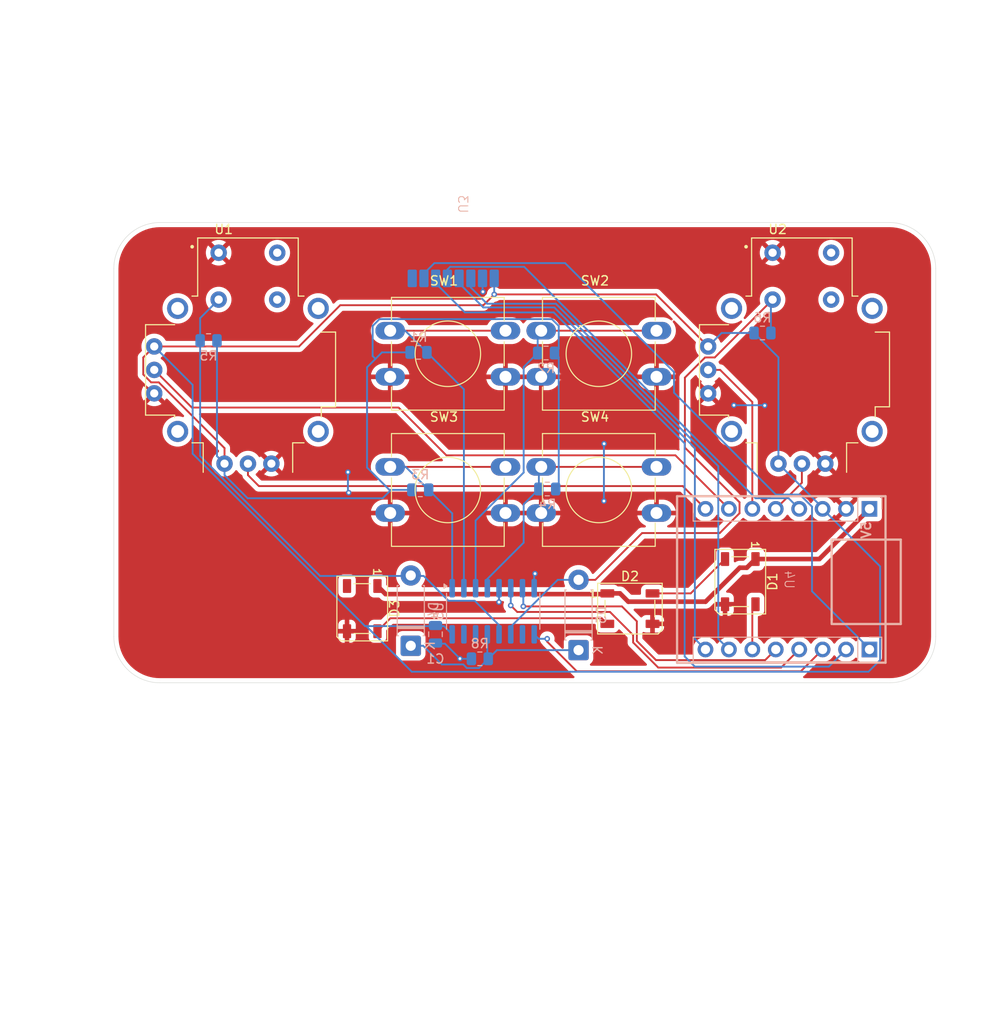
<source format=kicad_pcb>
(kicad_pcb (version 20241229) (generator "pcbnew") (generator_version "9.0")
  (layers (0 "F.Cu" signal) (2 "B.Cu" signal) (13 "F.Paste" user) (15 "B.Paste" user) (5 "F.SilkS" user "F.Silkscreen") (7 "B.SilkS" user "B.Silkscreen") (1 "F.Mask" user) (3 "B.Mask" user) (25 "Edge.Cuts" user))
  (net 0 "")
  (net 1 "NEO")
  (net 2 "NRF_CS")
  (net 3 "JOY1_V")
  (net 4 "Net-(D1-DOUT)")
  (net 5 "+5V")
  (net 6 "GND")
  (net 7 "Net-(D2-DOUT)")
  (net 8 "JOY2_H")
  (net 9 "NRF_CE")
  (net 10 "MISO")
  (net 12 "BTN_JOY_BOTH")
  (net 13 "BTN_JOY_L")
  (net 14 "BTN_JOY_R")
  (net 15 "JOY1_H")
  (net 16 "BTN_1")
  (net 17 "BTN_2")
  (net 18 "BTN_3")
  (net 19 "BTN_4")
  (net 20 "JOY2_V")
  (net 21 "+3.3V")
  (net 22 "SCK")
  (net 23 "S2")
  (net 24 "S1")
  (net 25 "S0")
  (net 27 "MOSI")
  (footprint "Button_Switch_THT:SW_PUSH-12mm" (layer "F.Cu") (at 131.3 63.34)
    (property "Reference" "SW1" (at 5.83 -5.41 0) (layer "F.SilkS"))
    (property "Value" "SW_Push")
    (pad "1" thru_hole oval (at 0 0) (size 3.2 1.9) (drill 1.3) (layers "*.Cu" "*.Mask") (net 16 "BTN_1"))
    (pad "1" thru_hole oval (at 12.5 0) (size 3.2 1.9) (drill 1.3) (layers "*.Cu" "*.Mask") (net 16 "BTN_1"))
    (pad "2" thru_hole oval (at 0 5) (size 3.2 1.9) (drill 1.3) (layers "*.Cu" "*.Mask") (net 6 "GND"))
    (pad "2" thru_hole oval (at 12.5 5) (size 3.2 1.9) (drill 1.3) (layers "*.Cu" "*.Mask") (net 6 "GND"))
  )
  (footprint "Button_Switch_THT:SW_PUSH-12mm" (layer "F.Cu") (at 147.67 78.1)
    (property "Reference" "SW4" (at 5.83 -5.41 0) (layer "F.SilkS"))
    (property "Value" "SW_Push")
    (pad "1" thru_hole oval (at 0 0) (size 3.2 1.9) (drill 1.3) (layers "*.Cu" "*.Mask") (net 19 "BTN_4"))
    (pad "1" thru_hole oval (at 12.5 0) (size 3.2 1.9) (drill 1.3) (layers "*.Cu" "*.Mask") (net 19 "BTN_4"))
    (pad "2" thru_hole oval (at 0 5) (size 3.2 1.9) (drill 1.3) (layers "*.Cu" "*.Mask") (net 6 "GND"))
    (pad "2" thru_hole oval (at 12.5 5) (size 3.2 1.9) (drill 1.3) (layers "*.Cu" "*.Mask") (net 6 "GND"))
  )
  (footprint "LED_SMD:LED_WS2812B_PLCC4_5.0x5.0mm_P3.2mm" (layer "F.Cu") (at 157.29 93.46)
    (property "Reference" "D2" (at 0 -3.5 0) (layer "F.SilkS"))
    (property "Value" "WS2812B")
    (fp_text user "1" (at -4 -1.6 0) (layer "F.SilkS") (effects (font (size 0.8 0.8))))
    (pad "1" smd roundrect (at -2.45 -1.65) (size 1.5 0.9) (layers "F.Cu" "F.Mask" "F.Paste") (roundrect_rratio 0.1) (net 5 "+5V"))
    (pad "2" smd roundrect (at -2.45 1.65) (size 1.5 0.9) (layers "F.Cu" "F.Mask" "F.Paste") (roundrect_rratio 0.1) (net 7 "Net-(D2-DOUT)"))
    (pad "3" smd roundrect (at 2.45 1.65) (size 1.5 0.9) (layers "F.Cu" "F.Mask" "F.Paste") (roundrect_rratio 0.1) (net 6 "GND"))
    (pad "4" smd roundrect (at 2.45 -1.65) (size 1.5 0.9) (layers "F.Cu" "F.Mask" "F.Paste") (roundrect_rratio 0.1) (net 4 "Net-(D1-DOUT)"))
  )
  (footprint "LED_SMD:LED_WS2812B_PLCC4_5.0x5.0mm_P3.2mm" (layer "F.Cu") (at 128.27 93.46 -90)
    (property "Reference" "D3" (at 0 -3.5 90) (layer "F.SilkS"))
    (property "Value" "WS2812B")
    (fp_text user "1" (at -4 -1.6 270) (layer "F.SilkS") (effects (font (size 0.8 0.8))))
    (pad "1" smd roundrect (at -2.45 -1.65 270) (size 1.5 0.9) (layers "F.Cu" "F.Mask" "F.Paste") (roundrect_rratio 0.1) (net 5 "+5V"))
    (pad "2" smd roundrect (at -2.45 1.65 270) (size 1.5 0.9) (layers "F.Cu" "F.Mask" "F.Paste") (roundrect_rratio 0.1))
    (pad "3" smd roundrect (at 2.45 1.65 270) (size 1.5 0.9) (layers "F.Cu" "F.Mask" "F.Paste") (roundrect_rratio 0.1) (net 6 "GND"))
    (pad "4" smd roundrect (at 2.45 -1.65 270) (size 1.5 0.9) (layers "F.Cu" "F.Mask" "F.Paste") (roundrect_rratio 0.1) (net 7 "Net-(D2-DOUT)"))
  )
  (footprint "Button_Switch_THT:SW_PUSH-12mm" (layer "F.Cu") (at 147.67 63.34)
    (property "Reference" "SW2" (at 5.83 -5.41 0) (layer "F.SilkS"))
    (property "Value" "SW_Push")
    (pad "1" thru_hole oval (at 0 0) (size 3.2 1.9) (drill 1.3) (layers "*.Cu" "*.Mask") (net 17 "BTN_2"))
    (pad "1" thru_hole oval (at 12.5 0) (size 3.2 1.9) (drill 1.3) (layers "*.Cu" "*.Mask") (net 17 "BTN_2"))
    (pad "2" thru_hole oval (at 0 5) (size 3.2 1.9) (drill 1.3) (layers "*.Cu" "*.Mask") (net 6 "GND"))
    (pad "2" thru_hole oval (at 12.5 5) (size 3.2 1.9) (drill 1.3) (layers "*.Cu" "*.Mask") (net 6 "GND"))
  )
  (footprint "stuff:XDCR_COM-09032" (layer "F.Cu") (at 115.88 67.59)
    (property "Reference" "U1" (at -2.625 -15.235 0) (layer "F.SilkS"))
    (property "Value" "COM-09032")
    (pad "B1A" thru_hole circle (at -3.175 -12.7) (size 1.778 1.778) (drill 0.9) (layers "*.Cu" "*.Mask") (net 6 "GND"))
    (pad "B1B" thru_hole circle (at 3.175 -12.7) (size 1.778 1.778) (drill 0.9) (layers "*.Cu" "*.Mask"))
    (pad "B2A" thru_hole circle (at -3.175 -7.62) (size 1.778 1.778) (drill 0.9) (layers "*.Cu" "*.Mask") (net 13 "BTN_JOY_L"))
    (pad "B2B" thru_hole circle (at 3.175 -7.62) (size 1.778 1.778) (drill 0.9) (layers "*.Cu" "*.Mask"))
    (pad "H1" thru_hole circle (at -2.54 10.16) (size 1.778 1.778) (drill 0.889) (layers "*.Cu" "*.Mask") (net 21 "+3.3V"))
    (pad "H2" thru_hole circle (at 0 10.16) (size 1.778 1.778) (drill 0.889) (layers "*.Cu" "*.Mask") (net 15 "JOY1_H"))
    (pad "H3" thru_hole circle (at 2.54 10.16) (size 1.778 1.778) (drill 0.889) (layers "*.Cu" "*.Mask") (net 6 "GND"))
    (pad "S1" thru_hole circle (at -7.62 -6.6675) (size 2.286 2.286) (drill 1.397) (layers "*.Cu" "*.Mask"))
    (pad "S2" thru_hole circle (at -7.62 6.6675) (size 2.286 2.286) (drill 1.397) (layers "*.Cu" "*.Mask"))
    (pad "S3" thru_hole circle (at 7.62 6.6675) (size 2.286 2.286) (drill 1.397) (layers "*.Cu" "*.Mask"))
    (pad "S4" thru_hole circle (at 7.62 -6.6675) (size 2.286 2.286) (drill 1.397) (layers "*.Cu" "*.Mask"))
    (pad "V1" thru_hole circle (at -10.16 -2.54) (size 1.778 1.778) (drill 0.889) (layers "*.Cu" "*.Mask") (net 21 "+3.3V"))
    (pad "V2" thru_hole circle (at -10.16 0) (size 1.778 1.778) (drill 0.889) (layers "*.Cu" "*.Mask") (net 3 "JOY1_V"))
    (pad "V3" thru_hole circle (at -10.16 2.54) (size 1.778 1.778) (drill 0.889) (layers "*.Cu" "*.Mask") (net 6 "GND"))
  )
  (footprint "LED_SMD:LED_WS2812B_PLCC4_5.0x5.0mm_P3.2mm" (layer "F.Cu") (at 169.25 90.54 -90)
    (property "Reference" "D1" (at 0 -3.5 90) (layer "F.SilkS"))
    (property "Value" "WS2812B")
    (fp_text user "1" (at -4 -1.6 270) (layer "F.SilkS") (effects (font (size 0.8 0.8))))
    (pad "1" smd roundrect (at -2.45 -1.65 270) (size 1.5 0.9) (layers "F.Cu" "F.Mask" "F.Paste") (roundrect_rratio 0.1) (net 5 "+5V"))
    (pad "2" smd roundrect (at -2.45 1.65 270) (size 1.5 0.9) (layers "F.Cu" "F.Mask" "F.Paste") (roundrect_rratio 0.1) (net 4 "Net-(D1-DOUT)"))
    (pad "3" smd roundrect (at 2.45 1.65 270) (size 1.5 0.9) (layers "F.Cu" "F.Mask" "F.Paste") (roundrect_rratio 0.1) (net 6 "GND"))
    (pad "4" smd roundrect (at 2.45 -1.65 270) (size 1.5 0.9) (layers "F.Cu" "F.Mask" "F.Paste") (roundrect_rratio 0.1) (net 1 "NEO"))
  )
  (footprint "stuff:XDCR_COM-09032" (layer "F.Cu") (at 175.93 67.59)
    (property "Reference" "U2" (at -2.625 -15.235 0) (layer "F.SilkS"))
    (property "Value" "COM-09032")
    (pad "B1A" thru_hole circle (at -3.175 -12.7) (size 1.778 1.778) (drill 0.9) (layers "*.Cu" "*.Mask") (net 6 "GND"))
    (pad "B1B" thru_hole circle (at 3.175 -12.7) (size 1.778 1.778) (drill 0.9) (layers "*.Cu" "*.Mask"))
    (pad "B2A" thru_hole circle (at -3.175 -7.62) (size 1.778 1.778) (drill 0.9) (layers "*.Cu" "*.Mask") (net 14 "BTN_JOY_R"))
    (pad "B2B" thru_hole circle (at 3.175 -7.62) (size 1.778 1.778) (drill 0.9) (layers "*.Cu" "*.Mask"))
    (pad "H1" thru_hole circle (at -2.54 10.16) (size 1.778 1.778) (drill 0.889) (layers "*.Cu" "*.Mask") (net 21 "+3.3V"))
    (pad "H2" thru_hole circle (at 0 10.16) (size 1.778 1.778) (drill 0.889) (layers "*.Cu" "*.Mask") (net 8 "JOY2_H"))
    (pad "H3" thru_hole circle (at 2.54 10.16) (size 1.778 1.778) (drill 0.889) (layers "*.Cu" "*.Mask") (net 6 "GND"))
    (pad "S1" thru_hole circle (at -7.62 -6.6675) (size 2.286 2.286) (drill 1.397) (layers "*.Cu" "*.Mask"))
    (pad "S2" thru_hole circle (at -7.62 6.6675) (size 2.286 2.286) (drill 1.397) (layers "*.Cu" "*.Mask"))
    (pad "S3" thru_hole circle (at 7.62 6.6675) (size 2.286 2.286) (drill 1.397) (layers "*.Cu" "*.Mask"))
    (pad "S4" thru_hole circle (at 7.62 -6.6675) (size 2.286 2.286) (drill 1.397) (layers "*.Cu" "*.Mask"))
    (pad "V1" thru_hole circle (at -10.16 -2.54) (size 1.778 1.778) (drill 0.889) (layers "*.Cu" "*.Mask") (net 21 "+3.3V"))
    (pad "V2" thru_hole circle (at -10.16 0) (size 1.778 1.778) (drill 0.889) (layers "*.Cu" "*.Mask") (net 20 "JOY2_V"))
    (pad "V3" thru_hole circle (at -10.16 2.54) (size 1.778 1.778) (drill 0.889) (layers "*.Cu" "*.Mask") (net 6 "GND"))
  )
  (footprint "Button_Switch_THT:SW_PUSH-12mm" (layer "F.Cu") (at 131.3 78.1)
    (property "Reference" "SW3" (at 5.83 -5.41 0) (layer "F.SilkS"))
    (property "Value" "SW_Push")
    (pad "1" thru_hole oval (at 0 0) (size 3.2 1.9) (drill 1.3) (layers "*.Cu" "*.Mask") (net 18 "BTN_3"))
    (pad "1" thru_hole oval (at 12.5 0) (size 3.2 1.9) (drill 1.3) (layers "*.Cu" "*.Mask") (net 18 "BTN_3"))
    (pad "2" thru_hole oval (at 0 5) (size 3.2 1.9) (drill 1.3) (layers "*.Cu" "*.Mask") (net 6 "GND"))
    (pad "2" thru_hole oval (at 12.5 5) (size 3.2 1.9) (drill 1.3) (layers "*.Cu" "*.Mask") (net 6 "GND"))
  )
  (footprint "Package_SO:SOP-16_3.9x9.9mm_P1.27mm" (layer "B.Cu") (at 142.465 93.75 -90)
    (property "Reference" "U5" (at 0 5.9 90) (layer "B.SilkS") (effects (justify mirror)))
    (property "Value" "74HC148")
    (pad "1" smd roundrect (at -2.5 4.445 270) (size 2 0.6) (layers "B.Cu" "B.Mask" "B.Paste") (net 18 "BTN_3"))
    (pad "2" smd roundrect (at -2.5 3.175 270) (size 2 0.6) (layers "B.Cu" "B.Mask" "B.Paste") (net 16 "BTN_1"))
    (pad "3" smd roundrect (at -2.5 1.905 270) (size 2 0.6) (layers "B.Cu" "B.Mask" "B.Paste") (net 17 "BTN_2"))
    (pad "4" smd roundrect (at -2.5 0.635 270) (size 2 0.6) (layers "B.Cu" "B.Mask" "B.Paste") (net 19 "BTN_4"))
    (pad "5" smd roundrect (at -2.5 -0.635 270) (size 2 0.6) (layers "B.Cu" "B.Mask" "B.Paste") (net 6 "GND"))
    (pad "6" smd roundrect (at -2.5 -1.905 270) (size 2 0.6) (layers "B.Cu" "B.Mask" "B.Paste") (net 23 "S2"))
    (pad "7" smd roundrect (at -2.5 -3.175 270) (size 2 0.6) (layers "B.Cu" "B.Mask" "B.Paste") (net 24 "S1"))
    (pad "8" smd roundrect (at -2.5 -4.445 270) (size 2 0.6) (layers "B.Cu" "B.Mask" "B.Paste") (net 6 "GND"))
    (pad "9" smd roundrect (at 2.5 -4.445 270) (size 2 0.6) (layers "B.Cu" "B.Mask" "B.Paste") (net 25 "S0"))
    (pad "10" smd roundrect (at 2.5 -3.175 270) (size 2 0.6) (layers "B.Cu" "B.Mask" "B.Paste"))
    (pad "11" smd roundrect (at 2.5 -1.905 270) (size 2 0.6) (layers "B.Cu" "B.Mask" "B.Paste") (net 14 "BTN_JOY_R"))
    (pad "12" smd roundrect (at 2.5 -0.635 270) (size 2 0.6) (layers "B.Cu" "B.Mask" "B.Paste") (net 13 "BTN_JOY_L"))
    (pad "13" smd roundrect (at 2.5 0.635 270) (size 2 0.6) (layers "B.Cu" "B.Mask" "B.Paste") (net 12 "BTN_JOY_BOTH"))
    (pad "14" smd roundrect (at 2.5 1.905 270) (size 2 0.6) (layers "B.Cu" "B.Mask" "B.Paste"))
    (pad "15" smd roundrect (at 2.5 3.175 270) (size 2 0.6) (layers "B.Cu" "B.Mask" "B.Paste"))
    (pad "16" smd roundrect (at 2.5 4.445 270) (size 2 0.6) (layers "B.Cu" "B.Mask" "B.Paste") (net 21 "+3.3V"))
  )
  (footprint "Capacitor_SMD:C_0805_2012Metric" (layer "B.Cu") (at 136.21 96.24 -90)
    (property "Reference" "C1" (at 2.67 0.01 180) (layer "B.SilkS") (effects (justify mirror)))
    (property "Value" "10uF")
    (pad "1" smd roundrect (at -0.95 0 270) (size 1 1.45) (layers "B.Cu" "B.Mask" "B.Paste") (net 21 "+3.3V"))
    (pad "2" smd roundrect (at 0.95 0 270) (size 1 1.45) (layers "B.Cu" "B.Mask" "B.Paste") (net 6 "GND"))
  )
  (footprint "Resistor_SMD:R_0805_2012Metric" (layer "B.Cu") (at 134.37 65.69 180)
    (property "Reference" "R1" (at 0 1.65 0) (layer "B.SilkS") (effects (justify mirror)))
    (property "Value" "10K")
    (pad "1" smd roundrect (at -0.9125 0 180) (size 1.025 1.4) (layers "B.Cu" "B.Mask" "B.Paste") (roundrect_rratio 0.243902) (net 16 "BTN_1"))
    (pad "2" smd roundrect (at 0.9125 0 180) (size 1.025 1.4) (layers "B.Cu" "B.Mask" "B.Paste") (roundrect_rratio 0.243902) (net 21 "+3.3V"))
  )
  (footprint "Diode_THT:D_DO-41_SOD81_P7.62mm_Horizontal" (layer "B.Cu") (at 151.72 97.96 90)
    (property "Reference" "D5" (at 3.81 2.47 90) (layer "B.SilkS") (effects (justify mirror)))
    (property "Value" "1N5819WS")
    (fp_text user "K" (at 0 2.1 90) (layer "B.SilkS") (effects (justify mirror)))
    (pad "1" thru_hole roundrect (at 0 0 90) (size 2.2 2.2) (drill 1.1) (layers "*.Cu" "*.Mask") (roundrect_rratio 0.113636) (net 12 "BTN_JOY_BOTH"))
    (pad "2" thru_hole circle (at 7.62 0 90) (size 2.2 2.2) (drill 1.1) (layers "*.Cu" "*.Mask") (net 14 "BTN_JOY_R"))
  )
  (footprint "Diode_THT:D_DO-41_SOD81_P7.62mm_Horizontal" (layer "B.Cu") (at 133.53 97.49 90)
    (property "Reference" "D4" (at 3.81 2.47 90) (layer "B.SilkS") (effects (justify mirror)))
    (property "Value" "1N5819WS")
    (fp_text user "K" (at 0 2.1 90) (layer "B.SilkS") (effects (justify mirror)))
    (pad "1" thru_hole roundrect (at 0 0 90) (size 2.2 2.2) (drill 1.1) (layers "*.Cu" "*.Mask") (roundrect_rratio 0.113636) (net 12 "BTN_JOY_BOTH"))
    (pad "2" thru_hole circle (at 7.62 0 90) (size 2.2 2.2) (drill 1.1) (layers "*.Cu" "*.Mask") (net 13 "BTN_JOY_L"))
  )
  (footprint "Resistor_SMD:R_0805_2012Metric" (layer "B.Cu") (at 148.33 80.5)
    (property "Reference" "R4" (at 0 1.65 0) (layer "B.SilkS") (effects (justify mirror)))
    (property "Value" "10K")
    (pad "1" smd roundrect (at -0.9125 0) (size 1.025 1.4) (layers "B.Cu" "B.Mask" "B.Paste") (roundrect_rratio 0.243902) (net 19 "BTN_4"))
    (pad "2" smd roundrect (at 0.9125 0) (size 1.025 1.4) (layers "B.Cu" "B.Mask" "B.Paste") (roundrect_rratio 0.243902) (net 21 "+3.3V"))
  )
  (footprint "Resistor_SMD:R_0805_2012Metric" (layer "B.Cu") (at 148.2 65.76)
    (property "Reference" "R2" (at 0 1.65 0) (layer "B.SilkS") (effects (justify mirror)))
    (property "Value" "10K")
    (pad "1" smd roundrect (at -0.9125 0) (size 1.025 1.4) (layers "B.Cu" "B.Mask" "B.Paste") (roundrect_rratio 0.243902) (net 17 "BTN_2"))
    (pad "2" smd roundrect (at 0.9125 0) (size 1.025 1.4) (layers "B.Cu" "B.Mask" "B.Paste") (roundrect_rratio 0.243902) (net 21 "+3.3V"))
  )
  (footprint "Resistor_SMD:R_0805_2012Metric" (layer "B.Cu") (at 141.02 98.9 180)
    (property "Reference" "R8" (at 0 1.65 0) (layer "B.SilkS") (effects (justify mirror)))
    (property "Value" "10K")
    (pad "1" smd roundrect (at -0.9125 0 180) (size 1.025 1.4) (layers "B.Cu" "B.Mask" "B.Paste") (roundrect_rratio 0.243902) (net 12 "BTN_JOY_BOTH"))
    (pad "2" smd roundrect (at 0.9125 0 180) (size 1.025 1.4) (layers "B.Cu" "B.Mask" "B.Paste") (roundrect_rratio 0.243902) (net 6 "GND"))
  )
  (footprint "stuff:ESP32-C3-SuperMini" (layer "B.Cu") (at 174.07 90.32 90)
    (property "Reference" "U4" (at 0 0.5 270) (layer "B.SilkS") (effects (font (thickness 0.1)) (justify mirror)))
    (property "Value" "ESP32C3-SUPERMINI")
    (fp_text user "5V" (at 4.34 8.835 90) (layer "B.SilkS") (effects (font (thickness 0.2)) (justify right mirror)))
    (pad "1" thru_hole rect (at -7.57 9.19 90) (size 1.7 1.7) (drill 1) (layers "*.Cu" "*.Mask") (net 10 "MISO"))
    (pad "2" thru_hole circle (at -7.57 6.65 90) (size 1.7 1.7) (drill 1) (layers "*.Cu" "*.Mask") (net 27 "MOSI"))
    (pad "3" thru_hole circle (at -7.57 4.11 90) (size 1.7 1.7) (drill 1) (layers "*.Cu" "*.Mask") (net 25 "S0"))
    (pad "4" thru_hole circle (at -7.57 1.57 90) (size 1.7 1.7) (drill 1) (layers "*.Cu" "*.Mask") (net 23 "S2"))
    (pad "5" thru_hole circle (at -7.57 -0.97 90) (size 1.7 1.7) (drill 1) (layers "*.Cu" "*.Mask") (net 24 "S1"))
    (pad "6" thru_hole circle (at -7.57 -3.51 90) (size 1.7 1.7) (drill 1) (layers "*.Cu" "*.Mask") (net 1 "NEO"))
    (pad "7" thru_hole circle (at -7.57 -6.05 90) (size 1.7 1.7) (drill 1) (layers "*.Cu" "*.Mask") (net 9 "NRF_CE"))
    (pad "8" thru_hole circle (at -7.57 -8.59 90) (size 1.7 1.7) (drill 1) (layers "*.Cu" "*.Mask") (net 2 "NRF_CS"))
    (pad "9" thru_hole circle (at 7.67 -8.59 90) (size 1.7 1.7) (drill 1) (layers "*.Cu" "*.Mask") (net 15 "JOY1_H"))
    (pad "10" thru_hole circle (at 7.67 -6.05 90) (size 1.7 1.7) (drill 1) (layers "*.Cu" "*.Mask") (net 3 "JOY1_V"))
    (pad "11" thru_hole circle (at 7.67 -3.51 90) (size 1.7 1.7) (drill 1) (layers "*.Cu" "*.Mask") (net 20 "JOY2_V"))
    (pad "12" thru_hole circle (at 7.67 -0.97 90) (size 1.7 1.7) (drill 1) (layers "*.Cu" "*.Mask") (net 8 "JOY2_H"))
    (pad "13" thru_hole circle (at 7.67 1.57 90) (size 1.7 1.7) (drill 1) (layers "*.Cu" "*.Mask") (net 22 "SCK"))
    (pad "14" thru_hole circle (at 7.67 4.11 90) (size 1.7 1.7) (drill 1) (layers "*.Cu" "*.Mask") (net 21 "+3.3V"))
    (pad "15" thru_hole circle (at 7.67 6.65 90) (size 1.7 1.7) (drill 1) (layers "*.Cu" "*.Mask") (net 6 "GND"))
    (pad "16" thru_hole rect (at 7.67 9.19 90) (size 1.7 1.7) (drill 1) (layers "*.Cu" "*.Mask") (net 5 "+5V"))
  )
  (footprint "stuff:nRF24L01_SMD_Breakout" (layer "B.Cu") (at 138.68 49.6225 90)
    (property "Reference" "U3" (at 0 0.5 270) (layer "B.SilkS") (effects (font (thickness 0.1)) (justify mirror)))
    (property "Value" "NRF24L01_Breakout")
    (pad "1" smd roundrect (at -8.0475 2.63 90) (size 1.905 1) (layers "B.Cu" "B.Mask" "B.Paste") (roundrect_rratio 0.15) (net 6 "GND"))
    (pad "2" smd roundrect (at -8.0475 3.9 90) (size 1.905 1) (layers "B.Cu" "B.Mask" "B.Paste") (roundrect_rratio 0.15) (net 21 "+3.3V"))
    (pad "3" smd roundrect (at -8.0475 1.36 90) (size 1.905 1) (layers "B.Cu" "B.Mask" "B.Paste") (roundrect_rratio 0.15) (net 9 "NRF_CE"))
    (pad "4" smd roundrect (at -8.0475 0.09 90) (size 1.905 1) (layers "B.Cu" "B.Mask" "B.Paste") (roundrect_rratio 0.15) (net 2 "NRF_CS"))
    (pad "5" smd roundrect (at -8.0475 -1.18 90) (size 1.905 1) (layers "B.Cu" "B.Mask" "B.Paste") (roundrect_rratio 0.15) (net 22 "SCK"))
    (pad "6" smd roundrect (at -8.0475 -2.45 90) (size 1.905 1) (layers "B.Cu" "B.Mask" "B.Paste") (roundrect_rratio 0.15) (net 27 "MOSI"))
    (pad "7" smd roundrect (at -8.0475 -3.72 90) (size 1.905 1) (layers "B.Cu" "B.Mask" "B.Paste") (roundrect_rratio 0.15) (net 10 "MISO"))
    (pad "8" smd roundrect (at -8.0475 -4.99 90) (size 1.905 1) (layers "B.Cu" "B.Mask" "B.Paste") (roundrect_rratio 0.15))
  )
  (footprint "Resistor_SMD:R_0805_2012Metric" (layer "B.Cu") (at 134.56 80.59 180)
    (property "Reference" "R3" (at 0 1.65 0) (layer "B.SilkS") (effects (justify mirror)))
    (property "Value" "10K")
    (pad "1" smd roundrect (at -0.9125 0 180) (size 1.025 1.4) (layers "B.Cu" "B.Mask" "B.Paste") (roundrect_rratio 0.243902) (net 18 "BTN_3"))
    (pad "2" smd roundrect (at 0.9125 0 180) (size 1.025 1.4) (layers "B.Cu" "B.Mask" "B.Paste") (roundrect_rratio 0.243902) (net 21 "+3.3V"))
  )
  (footprint "Resistor_SMD:R_0805_2012Metric" (layer "B.Cu") (at 171.66 63.59 180)
    (property "Reference" "R6" (at 0 1.65 0) (layer "B.SilkS") (effects (justify mirror)))
    (property "Value" "10K")
    (pad "1" smd roundrect (at -0.9125 0 180) (size 1.025 1.4) (layers "B.Cu" "B.Mask" "B.Paste") (roundrect_rratio 0.243902) (net 14 "BTN_JOY_R"))
    (pad "2" smd roundrect (at 0.9125 0 180) (size 1.025 1.4) (layers "B.Cu" "B.Mask" "B.Paste") (roundrect_rratio 0.243902) (net 21 "+3.3V"))
  )
  (footprint "Resistor_SMD:R_0805_2012Metric" (layer "B.Cu") (at 111.61 64.41)
    (property "Reference" "R5" (at 0 1.65 0) (layer "B.SilkS") (effects (justify mirror)))
    (property "Value" "10K")
    (pad "1" smd roundrect (at -0.9125 0) (size 1.025 1.4) (layers "B.Cu" "B.Mask" "B.Paste") (roundrect_rratio 0.243902) (net 13 "BTN_JOY_L"))
    (pad "2" smd roundrect (at 0.9125 0) (size 1.025 1.4) (layers "B.Cu" "B.Mask" "B.Paste") (roundrect_rratio 0.243902) (net 21 "+3.3V"))
  )
  (gr_arc (start 185.44 51.62) (mid 188.975534 53.084466) (end 190.44 56.62) (stroke (width 0.05)) (layer "Edge.Cuts"))
  (gr_arc (start 101.34 56.62) (mid 102.804466 53.084466) (end 106.34 51.62) (stroke (width 0.05)) (layer "Edge.Cuts"))
  (gr_line (start 106.34 51.62) (end 185.44 51.62) (stroke (width 0.05)) (layer "Edge.Cuts"))
  (gr_arc (start 190.44 96.5) (mid 188.975534 100.035534) (end 185.44 101.5) (stroke (width 0.05)) (layer "Edge.Cuts"))
  (gr_line (start 185.44 101.5) (end 106.34 101.5) (stroke (width 0.05)) (layer "Edge.Cuts"))
  (gr_line (start 101.34 96.5) (end 101.34 56.62) (stroke (width 0.05)) (layer "Edge.Cuts"))
  (gr_line (start 190.44 56.62) (end 190.44 96.5) (stroke (width 0.05)) (layer "Edge.Cuts"))
  (gr_arc (start 106.34 101.5) (mid 102.804466 100.035534) (end 101.34 96.5) (stroke (width 0.05)) (layer "Edge.Cuts"))
  (segment (start 170.56 93.33) (end 170.9 92.99) (width 0.2) (layer "F.Cu") (net 1))
  (segment (start 170.56 97.89) (end 170.56 93.33) (width 0.2) (layer "F.Cu") (net 1))
  (segment (start 149.096619 60.82) (end 164.329 76.052381) (width 0.2) (layer "B.Cu") (net 2))
  (segment (start 164.329 96.739) (end 165.48 97.89) (width 0.2) (layer "B.Cu") (net 2))
  (segment (start 138.77 58.194468) (end 141.395532 60.82) (width 0.2) (layer "B.Cu") (net 2))
  (segment (start 141.395532 60.82) (end 149.096619 60.82) (width 0.2) (layer "B.Cu") (net 2))
  (segment (start 164.329 76.052381) (end 164.329 96.739) (width 0.2) (layer "B.Cu") (net 2))
  (segment (start 138.77 57.67) (end 138.77 58.194468) (width 0.2) (layer "B.Cu") (net 2))
  (segment (start 105.72 67.59) (end 109.8 71.67) (width 0.2) (layer "F.Cu") (net 3))
  (segment (start 162.219 76.849) (end 168.02 82.65) (width 0.2) (layer "F.Cu") (net 3))
  (segment (start 109.8 71.67) (end 132.210819 71.67) (width 0.2) (layer "F.Cu") (net 3))
  (segment (start 137.389819 76.849) (end 162.219 76.849) (width 0.2) (layer "F.Cu") (net 3))
  (segment (start 132.210819 71.67) (end 137.389819 76.849) (width 0.2) (layer "F.Cu") (net 3))
  (segment (start 163.88 91.81) (end 167.6 88.09) (width 0.2) (layer "F.Cu") (net 4))
  (segment (start 159.74 91.81) (end 163.88 91.81) (width 0.2) (layer "F.Cu") (net 4))
  (segment (start 166.431 91.789) (end 169.19 89.03) (width 0.5) (layer "F.Cu") (net 5))
  (segment (start 165.488 92.711) (end 166.41 91.789) (width 0.5) (layer "F.Cu") (net 5))
  (segment (start 169.19 89.03) (end 169.96 89.03) (width 0.5) (layer "F.Cu") (net 5))
  (segment (start 157.111 92.711) (end 165.488 92.711) (width 0.5) (layer "F.Cu") (net 5))
  (segment (start 169.96 89.03) (end 170.9 88.09) (width 0.5) (layer "F.Cu") (net 5))
  (segment (start 154.84 91.81) (end 154.759 91.891) (width 0.5) (layer "F.Cu") (net 5))
  (segment (start 166.41 91.789) (end 166.431 91.789) (width 0.5) (layer "F.Cu") (net 5))
  (segment (start 154.759 91.891) (end 130.801 91.891) (width 0.5) (layer "F.Cu") (net 5))
  (segment (start 154.84 91.81) (end 156.21 91.81) (width 0.5) (layer "F.Cu") (net 5))
  (segment (start 177.82 88.09) (end 183.26 82.65) (width 0.5) (layer "F.Cu") (net 5))
  (segment (start 156.21 91.81) (end 157.111 92.711) (width 0.5) (layer "F.Cu") (net 5))
  (segment (start 130.801 91.891) (end 129.92 91.01) (width 0.5) (layer "F.Cu") (net 5))
  (segment (start 170.9 88.09) (end 177.82 88.09) (width 0.5) (layer "F.Cu") (net 5))
  (via (at 143.09 92.76) (size 0.6) (drill 0.3) (layers "F.Cu" "B.Cu") (net 6))
  (via (at 168.56 71.42) (size 0.6) (drill 0.3) (layers "F.Cu" "B.Cu") (net 6))
  (via (at 126.8 80.9) (size 0.6) (drill 0.3) (layers "F.Cu" "B.Cu") (net 6))
  (via (at 154.47 81.8) (size 0.6) (drill 0.3) (layers "F.Cu" "B.Cu") (net 6))
  (via (at 126.72 78.67) (size 0.6) (drill 0.3) (layers "F.Cu" "B.Cu") (net 6))
  (via (at 171.9 71.45) (size 0.6) (drill 0.3) (layers "F.Cu" "B.Cu") (net 6))
  (via (at 141.35 59.12) (size 0.6) (drill 0.3) (layers "F.Cu" "B.Cu") (net 6))
  (via (at 138.86 98.88) (size 0.6) (drill 0.3) (layers "F.Cu" "B.Cu") (net 6))
  (via (at 154.49 75.59) (size 0.6) (drill 0.3) (layers "F.Cu" "B.Cu") (net 6))
  (via (at 147 89.67) (size 0.6) (drill 0.3) (layers "F.Cu" "B.Cu") (net 6))
  (segment (start 126.72 80.82) (end 126.8 80.9) (width 0.2) (layer "B.Cu") (net 6))
  (segment (start 168.56 71.42) (end 171.87 71.42) (width 0.2) (layer "B.Cu") (net 6))
  (segment (start 143.1 91.25) (end 143.1 92.75) (width 0.2) (layer "B.Cu") (net 6))
  (segment (start 154.47 81.8) (end 154.47 75.61) (width 0.2) (layer "B.Cu") (net 6))
  (segment (start 140.1075 98.9) (end 138.88 98.9) (width 0.2) (layer "B.Cu") (net 6))
  (segment (start 126.72 78.67) (end 126.72 80.82) (width 0.2) (layer "B.Cu") (net 6))
  (segment (start 138.88 98.9) (end 138.86 98.88) (width 0.2) (layer "B.Cu") (net 6))
  (segment (start 146.91 91.25) (end 146.91 89.76) (width 0.2) (layer "B.Cu") (net 6))
  (segment (start 141.31 57.67) (end 141.31 59.08) (width 0.2) (layer "B.Cu") (net 6))
  (segment (start 171.87 71.42) (end 171.9 71.45) (width 0.2) (layer "B.Cu") (net 6))
  (segment (start 136.15 97.26) (end 137.24 97.26) (width 0.2) (layer "B.Cu") (net 6))
  (segment (start 141.31 59.08) (end 141.35 59.12) (width 0.2) (layer "B.Cu") (net 6))
  (segment (start 137.24 97.26) (end 138.86 98.88) (width 0.2) (layer "B.Cu") (net 6))
  (segment (start 146.91 89.76) (end 147 89.67) (width 0.2) (layer "B.Cu") (net 6))
  (segment (start 154.47 75.61) (end 154.49 75.59) (width 0.2) (layer "B.Cu") (net 6))
  (segment (start 143.1 92.75) (end 143.09 92.76) (width 0.2) (layer "B.Cu") (net 6))
  (segment (start 154.84 95.11) (end 154.239 94.509) (width 0.2) (layer "F.Cu") (net 7))
  (segment (start 131.321 94.509) (end 129.92 95.91) (width 0.2) (layer "F.Cu") (net 7))
  (segment (start 154.239 94.509) (end 131.321 94.509) (width 0.2) (layer "F.Cu") (net 7))
  (segment (start 175.93 77.75) (end 175.93 79.82) (width 0.2) (layer "F.Cu") (net 8))
  (segment (start 175.93 79.82) (end 173.1 82.65) (width 0.2) (layer "F.Cu") (net 8))
  (segment (start 149.262719 60.419) (end 166.869 78.025281) (width 0.2) (layer "B.Cu") (net 9))
  (segment (start 140.04 58.659943) (end 141.799057 60.419) (width 0.2) (layer "B.Cu") (net 9))
  (segment (start 166.869 78.025281) (end 166.869 96.739) (width 0.2) (layer "B.Cu") (net 9))
  (segment (start 140.04 57.67) (end 140.04 58.659943) (width 0.2) (layer "B.Cu") (net 9))
  (segment (start 141.799057 60.419) (end 149.262719 60.419) (width 0.2) (layer "B.Cu") (net 9))
  (segment (start 166.869 96.739) (end 168.02 97.89) (width 0.2) (layer "B.Cu") (net 9))
  (segment (start 150.264681 56.0155) (end 136.090032 56.0155) (width 0.2) (layer "B.Cu") (net 10))
  (segment (start 162.071 67.821819) (end 150.264681 56.0155) (width 0.2) (layer "B.Cu") (net 10))
  (segment (start 177.029 82.41124) (end 175.71576 81.098) (width 0.2) (layer "B.Cu") (net 10))
  (segment (start 183.26 97.81) (end 177.029 91.579) (width 0.2) (layer "B.Cu") (net 10))
  (segment (start 136.090032 56.0155) (end 134.96 57.145532) (width 0.2) (layer "B.Cu") (net 10))
  (segment (start 183.26 97.89) (end 183.26 97.81) (width 0.2) (layer "B.Cu") (net 10))
  (segment (start 175.71576 81.098) (end 173.108375 81.098) (width 0.2) (layer "B.Cu") (net 10))
  (segment (start 162.071 70.060625) (end 162.071 67.821819) (width 0.2) (layer "B.Cu") (net 10))
  (segment (start 134.96 57.145532) (end 134.96 57.67) (width 0.2) (layer "B.Cu") (net 10))
  (segment (start 177.029 91.579) (end 177.029 82.41124) (width 0.2) (layer "B.Cu") (net 10))
  (segment (start 173.108375 81.098) (end 162.071 70.060625) (width 0.2) (layer "B.Cu") (net 10))
  (segment (start 136.9 99.51) (end 134.88 97.49) (width 0.2) (layer "B.Cu") (net 12))
  (segment (start 140.9315 99.901) (end 139.60984 99.901) (width 0.2) (layer "B.Cu") (net 12))
  (segment (start 151.72 97.96) (end 142.8725 97.96) (width 0.2) (layer "B.Cu") (net 12))
  (segment (start 141.83 98.7975) (end 141.9325 98.9) (width 0.2) (layer "B.Cu") (net 12))
  (segment (start 139.60984 99.901) (end 139.21884 99.51) (width 0.2) (layer "B.Cu") (net 12))
  (segment (start 142.8725 97.96) (end 141.9325 98.9) (width 0.2) (layer "B.Cu") (net 12))
  (segment (start 141.83 96.25) (end 141.83 98.7975) (width 0.2) (layer "B.Cu") (net 12))
  (segment (start 134.88 97.49) (end 133.53 97.49) (width 0.2) (layer "B.Cu") (net 12))
  (segment (start 139.21884 99.51) (end 136.9 99.51) (width 0.2) (layer "B.Cu") (net 12))
  (segment (start 141.9325 98.9) (end 140.9315 99.901) (width 0.2) (layer "B.Cu") (net 12))
  (segment (start 137.621 92.611) (end 140.460999 92.611) (width 0.2) (layer "B.Cu") (net 13))
  (segment (start 134.93 89.92) (end 137.621 92.611) (width 0.2) (layer "B.Cu") (net 13))
  (segment (start 110.6975 61.9775) (end 112.705 59.97) (width 0.2) (layer "B.Cu") (net 13))
  (segment (start 110.6975 76.9171) (end 123.7004 89.92) (width 0.2) (layer "B.Cu") (net 13))
  (segment (start 143.1 95.250001) (end 143.1 96.25) (width 0.2) (layer "B.Cu") (net 13))
  (segment (start 110.6975 64.41) (end 110.6975 76.9171) (width 0.2) (layer "B.Cu") (net 13))
  (segment (start 140.460999 92.611) (end 143.1 95.250001) (width 0.2) (layer "B.Cu") (net 13))
  (segment (start 110.6975 64.41) (end 110.6975 61.9775) (width 0.2) (layer "B.Cu") (net 13))
  (segment (start 123.7004 89.92) (end 134.93 89.92) (width 0.2) (layer "B.Cu") (net 13))
  (segment (start 166.485 66.24) (end 172.755 59.97) (width 0.2) (layer "F.Cu") (net 14))
  (segment (start 163.25 68.427085) (end 165.437085 66.24) (width 0.2) (layer "F.Cu") (net 14))
  (segment (start 151.72 90.34) (end 153.54 90.34) (width 0.2) (layer "F.Cu") (net 14))
  (segment (start 169.171 81.93524) (end 163.25 76.01424) (width 0.2) (layer "F.Cu") (net 14))
  (segment (start 163.25 76.01424) (end 163.25 68.427085) (width 0.2) (layer "F.Cu") (net 14))
  (segment (start 165.437085 66.24) (end 166.485 66.24) (width 0.2) (layer "F.Cu") (net 14))
  (segment (start 153.54 90.34) (end 158.61 85.27) (width 0.2) (layer "F.Cu") (net 14))
  (segment (start 169.171 83.12676) (end 169.171 81.93524) (width 0.2) (layer "F.Cu") (net 14))
  (segment (start 167.02776 85.27) (end 169.171 83.12676) (width 0.2) (layer "F.Cu") (net 14))
  (segment (start 158.61 85.27) (end 167.02776 85.27) (width 0.2) (layer "F.Cu") (net 14))
  (segment (start 144.37 96.25) (end 144.37 95.431968) (width 0.2) (layer "B.Cu") (net 14))
  (segment (start 144.37 95.431968) (end 149.461968 90.34) (width 0.2) (layer "B.Cu") (net 14))
  (segment (start 149.461968 90.34) (end 151.72 90.34) (width 0.2) (layer "B.Cu") (net 14))
  (segment (start 172.5725 63.59) (end 172.5725 60.1525) (width 0.2) (layer "B.Cu") (net 14))
  (segment (start 172.5725 60.1525) (end 172.755 59.97) (width 0.2) (layer "B.Cu") (net 14))
  (segment (start 115.88 77.75) (end 115.88 78.9925) (width 0.2) (layer "F.Cu") (net 15))
  (segment (start 115.88 78.9925) (end 117.07 80.1825) (width 0.2) (layer "F.Cu") (net 15))
  (segment (start 117.07 80.1825) (end 163.0125 80.1825) (width 0.2) (layer "F.Cu") (net 15))
  (segment (start 163.0125 80.1825) (end 165.48 82.65) (width 0.2) (layer "F.Cu") (net 15))
  (segment (start 131.3 63.34) (end 143.8 63.34) (width 0.2) (layer "F.Cu") (net 16))
  (segment (start 135.2825 65.69) (end 139.29 69.6975) (width 0.2) (layer "B.Cu") (net 16))
  (segment (start 135.2825 65.69) (end 132.9325 63.34) (width 0.2) (layer "B.Cu") (net 16))
  (segment (start 132.9325 63.34) (end 131.3 63.34) (width 0.2) (layer "B.Cu") (net 16))
  (segment (start 139.29 69.6975) (end 139.29 91.25) (width 0.2) (layer "B.Cu") (net 16))
  (segment (start 147.67 63.34) (end 160.17 63.34) (width 0.2) (layer "F.Cu") (net 17))
  (segment (start 140.56 83.920819) (end 140.56 91.25) (width 0.2) (layer "B.Cu") (net 17))
  (segment (start 145.769 67.2785) (end 145.769 78.711819) (width 0.2) (layer "B.Cu") (net 17))
  (segment (start 145.769 78.711819) (end 140.56 83.920819) (width 0.2) (layer "B.Cu") (net 17))
  (segment (start 147.2875 63.7225) (end 147.67 63.34) (width 0.2) (layer "B.Cu") (net 17))
  (segment (start 147.2875 65.76) (end 147.2875 63.7225) (width 0.2) (layer "B.Cu") (net 17))
  (segment (start 147.2875 65.76) (end 145.769 67.2785) (width 0.2) (layer "B.Cu") (net 17))
  (segment (start 143.8 78.1) (end 131.3 78.1) (width 0.2) (layer "F.Cu") (net 18))
  (segment (start 132.9825 78.1) (end 131.3 78.1) (width 0.2) (layer "B.Cu") (net 18))
  (segment (start 135.4725 80.59) (end 132.9825 78.1) (width 0.2) (layer "B.Cu") (net 18))
  (segment (start 135.4725 80.59) (end 138.02 83.1375) (width 0.2) (layer "B.Cu") (net 18))
  (segment (start 138.02 83.1375) (end 138.02 91.25) (width 0.2) (layer "B.Cu") (net 18))
  (segment (start 160.17 78.1) (end 147.67 78.1) (width 0.2) (layer "F.Cu") (net 19))
  (segment (start 147.4175 78.3525) (end 147.67 78.1) (width 0.2) (layer "B.Cu") (net 19))
  (segment (start 147.4175 80.5) (end 147.4175 78.3525) (width 0.2) (layer "B.Cu") (net 19))
  (segment (start 141.83 91.25) (end 141.83 90.250001) (width 0.2) (layer "B.Cu") (net 19))
  (segment (start 145.769 82.1485) (end 147.4175 80.5) (width 0.2) (layer "B.Cu") (net 19))
  (segment (start 145.769 86.311001) (end 145.769 82.1485) (width 0.2) (layer "B.Cu") (net 19))
  (segment (start 141.83 90.250001) (end 145.769 86.311001) (width 0.2) (layer "B.Cu") (net 19))
  (segment (start 170.56 71.08) (end 170.56 82.65) (width 0.2) (layer "F.Cu") (net 20))
  (segment (start 167.07 67.59) (end 170.56 71.08) (width 0.2) (layer "F.Cu") (net 20))
  (segment (start 165.77 67.59) (end 167.07 67.59) (width 0.2) (layer "F.Cu") (net 20))
  (segment (start 105.387085 68.94) (end 106.212915 68.94) (width 0.2) (layer "F.Cu") (net 21))
  (segment (start 125.884625 60.58) (end 121.414625 65.05) (width 0.2) (layer "F.Cu") (net 21))
  (segment (start 121.414625 65.05) (end 105.72 65.05) (width 0.2) (layer "F.Cu") (net 21))
  (segment (start 142.58 59.41) (end 160.13 59.41) (width 0.2) (layer "F.Cu") (net 21))
  (segment (start 106.212915 68.94) (end 113.34 76.067085) (width 0.2) (layer "F.Cu") (net 21))
  (segment (start 142.58 59.41) (end 141.41 60.58) (width 0.2) (layer "F.Cu") (net 21))
  (segment (start 141.41 60.58) (end 125.884625 60.58) (width 0.2) (layer "F.Cu") (net 21))
  (segment (start 105.72 65.05) (end 104.53 66.24) (width 0.2) (layer "F.Cu") (net 21))
  (segment (start 160.13 59.41) (end 165.77 65.05) (width 0.2) (layer "F.Cu") (net 21))
  (segment (start 113.34 76.067085) (end 113.34 77.75) (width 0.2) (layer "F.Cu") (net 21))
  (segment (start 104.53 66.24) (end 104.53 68.082915) (width 0.2) (layer "F.Cu") (net 21))
  (segment (start 178.18 82.54) (end 178.18 82.65) (width 0.2) (layer "F.Cu") (net 21))
  (segment (start 104.53 68.082915) (end 105.387085 68.94) (width 0.2) (layer "F.Cu") (net 21))
  (via (at 142.58 59.41) (size 0.6) (drill 0.3) (layers "F.Cu" "B.Cu") (net 21))
  (segment (start 112.5225 64.41) (end 112.5225 76.9325) (width 0.2) (layer "B.Cu") (net 21))
  (segment (start 184.411 88.881) (end 178.18 82.65) (width 0.2) (layer "B.Cu") (net 21))
  (segment (start 128.7 95.36) (end 128.5733 95.36) (width 0.2) (layer "B.Cu") (net 21))
  (segment (start 112.5225 64.41) (end 112.15 64.7825) (width 0.2) (layer "B.Cu") (net 21))
  (segment (start 128.79 78.170819) (end 131.209181 80.59) (width 0.2) (layer "B.Cu") (net 21))
  (segment (start 149.1125 65.76) (end 149.571 66.2185) (width 0.2) (layer "B.Cu") (net 21))
  (segment (start 136.15 95.36) (end 128.7 95.36) (width 0.2) (layer "B.Cu") (net 21))
  (segment (start 115.8475 81.5) (end 113.34 78.9925) (width 0.2) (layer "B.Cu") (net 21))
  (segment (start 137.13 95.36) (end 136.15 95.36) (width 0.2) (layer "B.Cu") (net 21))
  (segment (start 133.642 100.302) (end 183.15 100.302) (width 0.2) (layer "B.Cu") (net 21))
  (segment (start 130.131819 62.089) (end 129.399 62.821819) (width 0.2) (layer "B.Cu") (net 21))
  (segment (start 149.571 66.2185) (end 149.571 80.1715) (width 0.2) (layer "B.Cu") (net 21))
  (segment (start 142.58 57.67) (end 142.58 59.41) (width 0.2) (layer "B.Cu") (net 21))
  (segment (start 109.884 69.214) (end 105.72 65.05) (width 0.2) (layer "B.Cu") (net 21))
  (segment (start 133.4575 65.69) (end 130.41 65.69) (width 0.2) (layer "B.Cu") (net 21))
  (segment (start 149.571 80.1715) (end 149.2425 80.5) (width 0.2) (layer "B.Cu") (net 21))
  (segment (start 178.18 82.54) (end 178.18 82.65) (width 0.2) (layer "B.Cu") (net 21))
  (segment (start 113.34 78.9925) (end 113.34 77.75) (width 0.2) (layer "B.Cu") (net 21))
  (segment (start 129.399 66.089) (end 129.705 66.395) (width 0.2) (layer "B.Cu") (net 21))
  (segment (start 131.209181 80.59) (end 131.39 80.59) (width 0.2) (layer "B.Cu") (net 21))
  (segment (start 128.79 67.31) (end 128.79 78.170819) (width 0.2) (layer "B.Cu") (net 21))
  (segment (start 173.39 77.75) (end 178.18 82.54) (width 0.2) (layer "B.Cu") (net 21))
  (segment (start 130.41 65.69) (end 129.705 66.395) (width 0.2) (layer "B.Cu") (net 21))
  (segment (start 128.7 95.36) (end 133.642 100.302) (width 0.2) (layer "B.Cu") (net 21))
  (segment (start 183.15 100.302) (end 184.411 99.041) (width 0.2) (layer "B.Cu") (net 21))
  (segment (start 130.48 81.5) (end 115.8475 81.5) (width 0.2) (layer "B.Cu") (net 21))
  (segment (start 148.838181 62.089) (end 130.131819 62.089) (width 0.2) (layer "B.Cu") (net 21))
  (segment (start 149.571 65.3015) (end 149.571 62.821819) (width 0.2) (layer "B.Cu") (net 21))
  (segment (start 129.705 66.395) (end 128.79 67.31) (width 0.2) (layer "B.Cu") (net 21))
  (segment (start 129.399 62.821819) (end 129.399 66.089) (width 0.2) (layer "B.Cu") (net 21))
  (segment (start 149.571 62.821819) (end 148.838181 62.089) (width 0.2) (layer "B.Cu") (net 21))
  (segment (start 131.39 80.59) (end 133.6475 80.59) (width 0.2) (layer "B.Cu") (net 21))
  (segment (start 173.39 66.2325) (end 170.7475 63.59) (width 0.2) (layer "B.Cu") (net 21))
  (segment (start 173.39 77.75) (end 173.39 66.2325) (width 0.2) (layer "B.Cu") (net 21))
  (segment (start 149.1125 65.76) (end 149.571 65.3015) (width 0.2) (layer "B.Cu") (net 21))
  (segment (start 170.7475 63.59) (end 167.23 63.59) (width 0.2) (layer "B.Cu") (net 21))
  (segment (start 184.411 99.041) (end 184.411 88.881) (width 0.2) (layer "B.Cu") (net 21))
  (segment (start 109.884 76.6707) (end 109.884 69.214) (width 0.2) (layer "B.Cu") (net 21))
  (segment (start 128.5733 95.36) (end 109.884 76.6707) (width 0.2) (layer "B.Cu") (net 21))
  (segment (start 138.02 96.25) (end 137.13 95.36) (width 0.2) (layer "B.Cu") (net 21))
  (segment (start 167.23 63.59) (end 165.77 65.05) (width 0.2) (layer "B.Cu") (net 21))
  (segment (start 131.39 80.59) (end 130.48 81.5) (width 0.2) (layer "B.Cu") (net 21))
  (segment (start 112.5225 76.9325) (end 113.34 77.75) (width 0.2) (layer "B.Cu") (net 21))
  (segment (start 137.5 57.67) (end 137.5 56.717501) (width 0.2) (layer "B.Cu") (net 22))
  (segment (start 145.827319 56.4165) (end 170.909819 81.499) (width 0.2) (layer "B.Cu") (net 22))
  (segment (start 170.909819 81.499) (end 174.489 81.499) (width 0.2) (layer "B.Cu") (net 22))
  (segment (start 137.5 56.717501) (end 137.801001 56.4165) (width 0.2) (layer "B.Cu") (net 22))
  (segment (start 137.801001 56.4165) (end 145.827319 56.4165) (width 0.2) (layer "B.Cu") (net 22))
  (segment (start 174.489 81.499) (end 175.64 82.65) (width 0.2) (layer "B.Cu") (net 22))
  (segment (start 145.072719 93.822719) (end 155.128171 93.822719) (width 0.2) (layer "F.Cu") (net 23))
  (segment (start 173.68 99.85) (end 175.64 97.89) (width 0.2) (layer "F.Cu") (net 23))
  (segment (start 157.638 97.130552) (end 160.357448 99.85) (width 0.2) (layer "F.Cu") (net 23))
  (segment (start 157.638 96.332548) (end 157.638 97.130552) (width 0.2) (layer "F.Cu") (net 23))
  (segment (start 160.357448 99.85) (end 173.68 99.85) (width 0.2) (layer "F.Cu") (net 23))
  (segment (start 144.37 93.12) (end 145.072719 93.822719) (width 0.2) (layer "F.Cu") (net 23))
  (segment (start 155.128171 93.822719) (end 157.638 96.332548) (width 0.2) (layer "F.Cu") (net 23))
  (via (at 144.37 93.12) (size 0.6) (drill 0.3) (layers "F.Cu" "B.Cu") (net 23))
  (segment (start 144.37 91.25) (end 144.37 93.12) (width 0.2) (layer "B.Cu") (net 23))
  (segment (start 158.039 94.839) (end 156.421719 93.221719) (width 0.2) (layer "F.Cu") (net 24))
  (segment (start 160.115548 99.041) (end 158.039 96.964452) (width 0.2) (layer "F.Cu") (net 24))
  (segment (start 171.949 99.041) (end 160.115548 99.041) (width 0.2) (layer "F.Cu") (net 24))
  (segment (start 173.1 97.89) (end 171.949 99.041) (width 0.2) (layer "F.Cu") (net 24))
  (segment (start 156.421719 93.221719) (end 145.731719 93.221719) (width 0.2) (layer "F.Cu") (net 24))
  (segment (start 158.039 96.964452) (end 158.039 94.839) (width 0.2) (layer "F.Cu") (net 24))
  (via (at 145.731719 93.221719) (size 0.6) (drill 0.3) (layers "F.Cu" "B.Cu") (net 24))
  (segment (start 145.731719 91.341719) (end 145.64 91.25) (width 0.2) (layer "B.Cu") (net 24))
  (segment (start 145.731719 93.221719) (end 145.731719 91.341719) (width 0.2) (layer "B.Cu") (net 24))
  (segment (start 175.819 100.251) (end 151.52484 100.251) (width 0.2) (layer "F.Cu") (net 25))
  (segment (start 178.18 97.89) (end 175.819 100.251) (width 0.2) (layer "F.Cu") (net 25))
  (segment (start 148.32 97.04616) (end 148.32 96.73) (width 0.2) (layer "F.Cu") (net 25))
  (segment (start 151.52484 100.251) (end 148.32 97.04616) (width 0.2) (layer "F.Cu") (net 25))
  (via (at 148.32 96.73) (size 0.6) (drill 0.3) (layers "F.Cu" "B.Cu") (net 25))
  (segment (start 148.32 96.73) (end 147.39 96.73) (width 0.2) (layer "B.Cu") (net 25))
  (segment (start 147.39 96.73) (end 146.91 96.25) (width 0.2) (layer "B.Cu") (net 25))
  (segment (start 178.86 99.75) (end 180.72 97.89) (width 0.2) (layer "B.Cu") (net 27))
  (segment (start 164.33 99.75) (end 178.86 99.75) (width 0.2) (layer "B.Cu") (net 27))
  (segment (start 149.03 61.36) (end 163.22 75.55) (width 0.2) (layer "B.Cu") (net 27))
  (segment (start 163.22 75.55) (end 163.22 98.64) (width 0.2) (layer "B.Cu") (net 27))
  (segment (start 139.395532 61.36) (end 149.03 61.36) (width 0.2) (layer "B.Cu") (net 27))
  (segment (start 136.23 58.194468) (end 139.395532 61.36) (width 0.2) (layer "B.Cu") (net 27))
  (segment (start 136.23 57.67) (end 136.23 58.194468) (width 0.2) (layer "B.Cu") (net 27))
  (segment (start 163.22 98.64) (end 164.33 99.75) (width 0.2) (layer "B.Cu") (net 27))
  (zone (net 6) (net_name "GND") (layer "F.Cu") (connect_pads (clearance 0.5)) (min_thickness 0.25) (fill yes (thermal_gap 0.5) (thermal_bridge_width 0.5))
    (polygon (pts (xy 197 138.5) (xy 90.5 137.5) (xy 89 29) (xy 196.5 27.5)))
  )
)
</source>
